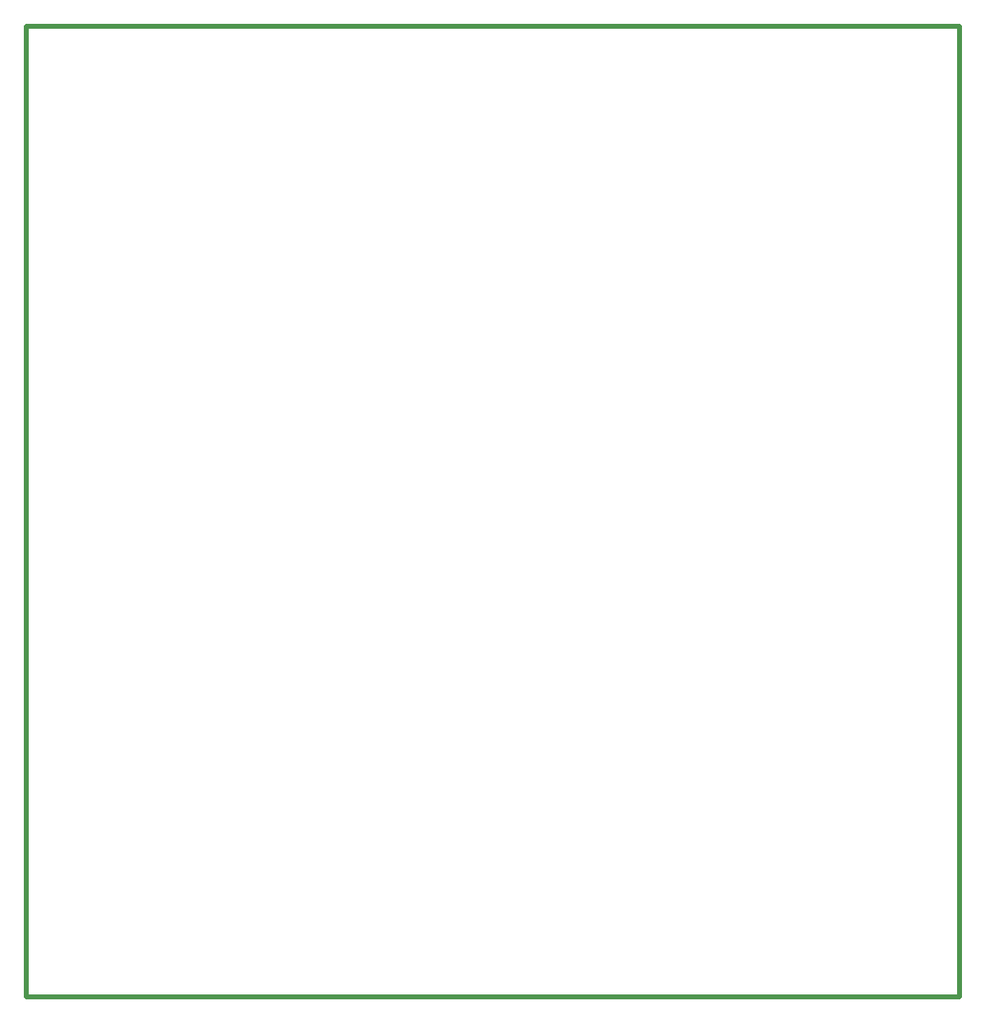
<source format=gbr>
%FSLAX34Y34*%
%MOMM*%
%LNOUTLINE*%
G71*
G01*
%ADD10C, 0.500*%
%LPD*%
G54D10*
X1523Y-662D02*
X963423Y-662D01*
X963423Y-1000662D01*
X1523Y-1000662D01*
X1523Y-662D01*
M02*

</source>
